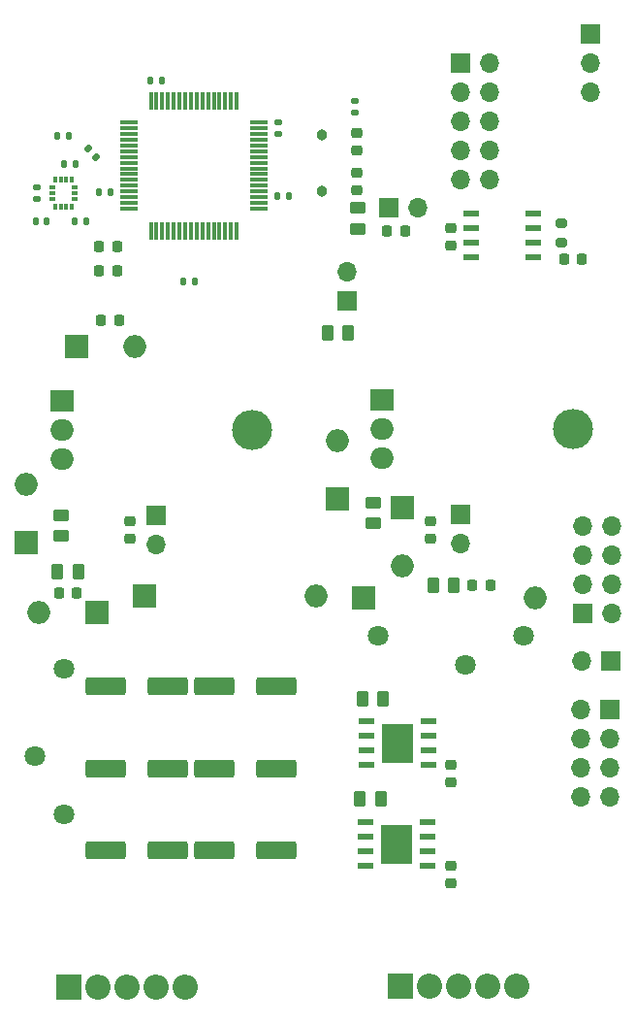
<source format=gts>
G04 #@! TF.GenerationSoftware,KiCad,Pcbnew,7.0.8-7.0.8~ubuntu22.04.1*
G04 #@! TF.CreationDate,2024-01-26T15:30:58+01:00*
G04 #@! TF.ProjectId,hand,68616e64-2e6b-4696-9361-645f70636258,rev?*
G04 #@! TF.SameCoordinates,Original*
G04 #@! TF.FileFunction,Soldermask,Top*
G04 #@! TF.FilePolarity,Negative*
%FSLAX46Y46*%
G04 Gerber Fmt 4.6, Leading zero omitted, Abs format (unit mm)*
G04 Created by KiCad (PCBNEW 7.0.8-7.0.8~ubuntu22.04.1) date 2024-01-26 15:30:58*
%MOMM*%
%LPD*%
G01*
G04 APERTURE LIST*
G04 Aperture macros list*
%AMRoundRect*
0 Rectangle with rounded corners*
0 $1 Rounding radius*
0 $2 $3 $4 $5 $6 $7 $8 $9 X,Y pos of 4 corners*
0 Add a 4 corners polygon primitive as box body*
4,1,4,$2,$3,$4,$5,$6,$7,$8,$9,$2,$3,0*
0 Add four circle primitives for the rounded corners*
1,1,$1+$1,$2,$3*
1,1,$1+$1,$4,$5*
1,1,$1+$1,$6,$7*
1,1,$1+$1,$8,$9*
0 Add four rect primitives between the rounded corners*
20,1,$1+$1,$2,$3,$4,$5,0*
20,1,$1+$1,$4,$5,$6,$7,0*
20,1,$1+$1,$6,$7,$8,$9,0*
20,1,$1+$1,$8,$9,$2,$3,0*%
G04 Aperture macros list end*
%ADD10RoundRect,0.225000X-0.225000X-0.250000X0.225000X-0.250000X0.225000X0.250000X-0.225000X0.250000X0*%
%ADD11R,2.000000X2.000000*%
%ADD12O,2.000000X2.000000*%
%ADD13RoundRect,0.225000X0.225000X0.250000X-0.225000X0.250000X-0.225000X-0.250000X0.225000X-0.250000X0*%
%ADD14R,1.454899X0.532600*%
%ADD15O,3.500000X3.500000*%
%ADD16R,2.000000X1.905000*%
%ADD17O,2.000000X1.905000*%
%ADD18C,1.800000*%
%ADD19RoundRect,0.250000X-0.450000X0.262500X-0.450000X-0.262500X0.450000X-0.262500X0.450000X0.262500X0*%
%ADD20R,2.200000X2.200000*%
%ADD21O,2.200000X2.200000*%
%ADD22RoundRect,0.250000X-1.500000X-0.550000X1.500000X-0.550000X1.500000X0.550000X-1.500000X0.550000X0*%
%ADD23RoundRect,0.140000X0.140000X0.170000X-0.140000X0.170000X-0.140000X-0.170000X0.140000X-0.170000X0*%
%ADD24RoundRect,0.250000X-0.262500X-0.450000X0.262500X-0.450000X0.262500X0.450000X-0.262500X0.450000X0*%
%ADD25RoundRect,0.135000X0.185000X-0.135000X0.185000X0.135000X-0.185000X0.135000X-0.185000X-0.135000X0*%
%ADD26RoundRect,0.135000X-0.135000X-0.185000X0.135000X-0.185000X0.135000X0.185000X-0.135000X0.185000X0*%
%ADD27RoundRect,0.225000X0.250000X-0.225000X0.250000X0.225000X-0.250000X0.225000X-0.250000X-0.225000X0*%
%ADD28RoundRect,0.135000X-0.185000X0.135000X-0.185000X-0.135000X0.185000X-0.135000X0.185000X0.135000X0*%
%ADD29RoundRect,0.218750X-0.218750X-0.256250X0.218750X-0.256250X0.218750X0.256250X-0.218750X0.256250X0*%
%ADD30RoundRect,0.250000X1.500000X0.550000X-1.500000X0.550000X-1.500000X-0.550000X1.500000X-0.550000X0*%
%ADD31RoundRect,0.135000X0.135000X0.185000X-0.135000X0.185000X-0.135000X-0.185000X0.135000X-0.185000X0*%
%ADD32C,0.965200*%
%ADD33R,1.460500X0.558800*%
%ADD34R,2.717800X3.403600*%
%ADD35RoundRect,0.225000X-0.250000X0.225000X-0.250000X-0.225000X0.250000X-0.225000X0.250000X0.225000X0*%
%ADD36R,0.351536X0.576580*%
%ADD37R,0.576580X0.351536*%
%ADD38R,1.700000X1.700000*%
%ADD39O,1.700000X1.700000*%
%ADD40RoundRect,0.135000X-0.226274X-0.035355X-0.035355X-0.226274X0.226274X0.035355X0.035355X0.226274X0*%
%ADD41RoundRect,0.218750X0.218750X0.256250X-0.218750X0.256250X-0.218750X-0.256250X0.218750X-0.256250X0*%
%ADD42RoundRect,0.250000X0.450000X-0.262500X0.450000X0.262500X-0.450000X0.262500X-0.450000X-0.262500X0*%
%ADD43RoundRect,0.140000X-0.170000X0.140000X-0.170000X-0.140000X0.170000X-0.140000X0.170000X0.140000X0*%
%ADD44RoundRect,0.075000X0.700000X0.075000X-0.700000X0.075000X-0.700000X-0.075000X0.700000X-0.075000X0*%
%ADD45RoundRect,0.075000X0.075000X0.700000X-0.075000X0.700000X-0.075000X-0.700000X0.075000X-0.700000X0*%
%ADD46C,2.200000*%
%ADD47RoundRect,0.200000X0.275000X-0.200000X0.275000X0.200000X-0.275000X0.200000X-0.275000X-0.200000X0*%
G04 APERTURE END LIST*
D10*
X59225000Y-38000000D03*
X60775000Y-38000000D03*
D11*
X27725000Y-65141460D03*
D12*
X27725000Y-60061460D03*
D13*
X35613127Y-39328127D03*
X34063127Y-39328127D03*
D11*
X32100000Y-48061460D03*
D12*
X37180000Y-48061460D03*
D10*
X74650000Y-40461460D03*
X76200000Y-40461460D03*
D14*
X66525000Y-36451460D03*
X66525000Y-37721460D03*
X66525000Y-38991460D03*
X66525000Y-40261460D03*
X71967696Y-40261460D03*
X71967696Y-38991460D03*
X71967696Y-37721460D03*
X71967696Y-36451460D03*
D15*
X75455000Y-55261460D03*
D16*
X58795000Y-52721460D03*
D17*
X58795000Y-55261460D03*
X58795000Y-57801460D03*
D18*
X31000000Y-88836460D03*
X28460000Y-83756460D03*
X31000000Y-76136460D03*
D19*
X58025000Y-61648960D03*
X58025000Y-63473960D03*
D20*
X31410000Y-103911460D03*
D21*
X33950000Y-103911460D03*
X36490000Y-103911460D03*
X39030000Y-103911460D03*
X41570000Y-103911460D03*
D15*
X47455000Y-55361460D03*
D16*
X30795000Y-52821460D03*
D17*
X30795000Y-55361460D03*
X30795000Y-57901460D03*
D11*
X54825000Y-61301460D03*
D12*
X54825000Y-56221460D03*
D22*
X44125000Y-84861460D03*
X49525000Y-84861460D03*
D23*
X29505000Y-37161460D03*
X28545000Y-37161460D03*
D24*
X56812500Y-87461460D03*
X58637500Y-87461460D03*
D25*
X49700000Y-29510000D03*
X49700000Y-28490000D03*
D26*
X31015000Y-32161460D03*
X32035000Y-32161460D03*
D27*
X64800000Y-94875000D03*
X64800000Y-93325000D03*
D28*
X56425000Y-26580000D03*
X56425000Y-27600000D03*
D13*
X35613127Y-41428127D03*
X34063127Y-41428127D03*
D24*
X57040047Y-78800000D03*
X58865047Y-78800000D03*
D29*
X30537500Y-69561460D03*
X32112500Y-69561460D03*
D30*
X40025000Y-77661460D03*
X34625000Y-77661460D03*
D27*
X64800000Y-86075000D03*
X64800000Y-84525000D03*
D24*
X30412500Y-67661460D03*
X32237500Y-67661460D03*
D30*
X40025000Y-91961460D03*
X34625000Y-91961460D03*
D31*
X50610000Y-34900000D03*
X49590000Y-34900000D03*
D32*
X53525000Y-34461460D03*
X53525000Y-29581459D03*
D26*
X31915000Y-37161460D03*
X32935000Y-37161460D03*
D33*
X57300850Y-89556460D03*
X57300850Y-90826460D03*
X57300850Y-92096460D03*
X57300850Y-93366460D03*
X62749150Y-93366460D03*
X62749150Y-92096460D03*
X62749150Y-90826460D03*
X62749150Y-89556460D03*
D34*
X60025000Y-91461460D03*
D35*
X63025000Y-63286460D03*
X63025000Y-64836460D03*
D33*
X57376700Y-80751460D03*
X57376700Y-82021460D03*
X57376700Y-83291460D03*
X57376700Y-84561460D03*
X62825000Y-84561460D03*
X62825000Y-83291460D03*
X62825000Y-82021460D03*
X62825000Y-80751460D03*
D34*
X60100850Y-82656460D03*
D31*
X42435000Y-42361460D03*
X41415000Y-42361460D03*
D36*
X31700000Y-33440860D03*
X31199999Y-33440860D03*
X30699999Y-33440860D03*
X30199998Y-33440860D03*
D37*
X29993699Y-34151161D03*
X29993699Y-34651160D03*
X29993699Y-35151159D03*
D36*
X30199998Y-35861460D03*
X30699999Y-35861460D03*
X31199999Y-35861460D03*
X31700000Y-35861460D03*
D37*
X31906299Y-35151159D03*
X31906299Y-34651160D03*
X31906299Y-34151161D03*
D38*
X55725000Y-44061460D03*
D39*
X55725000Y-41521460D03*
D40*
X33064376Y-30800836D03*
X33785624Y-31522084D03*
D30*
X40025000Y-84861460D03*
X34625000Y-84861460D03*
D41*
X68212500Y-68861460D03*
X66637500Y-68861460D03*
D38*
X65650000Y-62686460D03*
D39*
X65650000Y-65226460D03*
D18*
X71125000Y-73261460D03*
X66045000Y-75801460D03*
X58425000Y-73261460D03*
D27*
X56525000Y-34436460D03*
X56525000Y-32886460D03*
D29*
X34212500Y-45761460D03*
X35787500Y-45761460D03*
D19*
X30725000Y-62748960D03*
X30725000Y-64573960D03*
D38*
X65660000Y-23281460D03*
D39*
X68200000Y-23281460D03*
X65660000Y-25821460D03*
X68200000Y-25821460D03*
X65660000Y-28361460D03*
X68200000Y-28361460D03*
X65660000Y-30901460D03*
X68200000Y-30901460D03*
X65660000Y-33441460D03*
X68200000Y-33441460D03*
D11*
X60525000Y-62121460D03*
D12*
X60525000Y-67201460D03*
D42*
X56625000Y-37773960D03*
X56625000Y-35948960D03*
D38*
X39050000Y-62786460D03*
D39*
X39050000Y-65326460D03*
D26*
X30390000Y-29700000D03*
X31410000Y-29700000D03*
D20*
X60330000Y-103811460D03*
D21*
X62870000Y-103811460D03*
X65410000Y-103811460D03*
X67950000Y-103811460D03*
X70490000Y-103811460D03*
D27*
X64746347Y-39256459D03*
X64746347Y-37706459D03*
D24*
X63212500Y-68861460D03*
X65037500Y-68861460D03*
D43*
X28625000Y-34181460D03*
X28625000Y-35141460D03*
D44*
X48000000Y-36011460D03*
X48000000Y-35511460D03*
X48000000Y-35011460D03*
X48000000Y-34511460D03*
X48000000Y-34011460D03*
X48000000Y-33511460D03*
X48000000Y-33011460D03*
X48000000Y-32511460D03*
X48000000Y-32011460D03*
X48000000Y-31511460D03*
X48000000Y-31011460D03*
X48000000Y-30511460D03*
X48000000Y-30011460D03*
X48000000Y-29511460D03*
X48000000Y-29011460D03*
X48000000Y-28511460D03*
D45*
X46075000Y-26586460D03*
X45575000Y-26586460D03*
X45075000Y-26586460D03*
X44575000Y-26586460D03*
X44075000Y-26586460D03*
X43575000Y-26586460D03*
X43075000Y-26586460D03*
X42575000Y-26586460D03*
X42075000Y-26586460D03*
X41575000Y-26586460D03*
X41075000Y-26586460D03*
X40575000Y-26586460D03*
X40075000Y-26586460D03*
X39575000Y-26586460D03*
X39075000Y-26586460D03*
X38575000Y-26586460D03*
D44*
X36650000Y-28511460D03*
X36650000Y-29011460D03*
X36650000Y-29511460D03*
X36650000Y-30011460D03*
X36650000Y-30511460D03*
X36650000Y-31011460D03*
X36650000Y-31511460D03*
X36650000Y-32011460D03*
X36650000Y-32511460D03*
X36650000Y-33011460D03*
X36650000Y-33511460D03*
X36650000Y-34011460D03*
X36650000Y-34511460D03*
X36650000Y-35011460D03*
X36650000Y-35511460D03*
X36650000Y-36011460D03*
D45*
X38575000Y-37936460D03*
X39075000Y-37936460D03*
X39575000Y-37936460D03*
X40075000Y-37936460D03*
X40575000Y-37936460D03*
X41075000Y-37936460D03*
X41575000Y-37936460D03*
X42075000Y-37936460D03*
X42575000Y-37936460D03*
X43075000Y-37936460D03*
X43575000Y-37936460D03*
X44075000Y-37936460D03*
X44575000Y-37936460D03*
X45075000Y-37936460D03*
X45575000Y-37936460D03*
X46075000Y-37936460D03*
D26*
X38515000Y-24861460D03*
X39535000Y-24861460D03*
X34015000Y-34561460D03*
X35035000Y-34561460D03*
D35*
X36725000Y-63286460D03*
X36725000Y-64836460D03*
D24*
X54012500Y-46861460D03*
X55837500Y-46861460D03*
D46*
X47450000Y-55311460D03*
D47*
X74446347Y-38981460D03*
X74446347Y-37331460D03*
D22*
X44125000Y-91961460D03*
X49525000Y-91961460D03*
D35*
X56525000Y-29425000D03*
X56525000Y-30975000D03*
D46*
X75450000Y-55311460D03*
D38*
X59325000Y-35961460D03*
D39*
X61865000Y-35961460D03*
D22*
X44125000Y-77661460D03*
X49525000Y-77661460D03*
D38*
X76250000Y-71361460D03*
D39*
X78790000Y-71361460D03*
X76250000Y-68821460D03*
X78790000Y-68821460D03*
X76250000Y-66281460D03*
X78790000Y-66281460D03*
X76250000Y-63741460D03*
X78790000Y-63741460D03*
D38*
X78665000Y-79681460D03*
D39*
X76125000Y-79681460D03*
X78665000Y-82221460D03*
X76125000Y-82221460D03*
X78665000Y-84761460D03*
X76125000Y-84761460D03*
X78665000Y-87301460D03*
X76125000Y-87301460D03*
D38*
X76925000Y-20761460D03*
D39*
X76925000Y-23301460D03*
X76925000Y-25841460D03*
D11*
X38025000Y-69761460D03*
D12*
X53025000Y-69761460D03*
D11*
X33865000Y-71261460D03*
D12*
X28785000Y-71261460D03*
D38*
X78700000Y-75461460D03*
D39*
X76160000Y-75461460D03*
D11*
X57125000Y-69961460D03*
D12*
X72125000Y-69961460D03*
M02*

</source>
